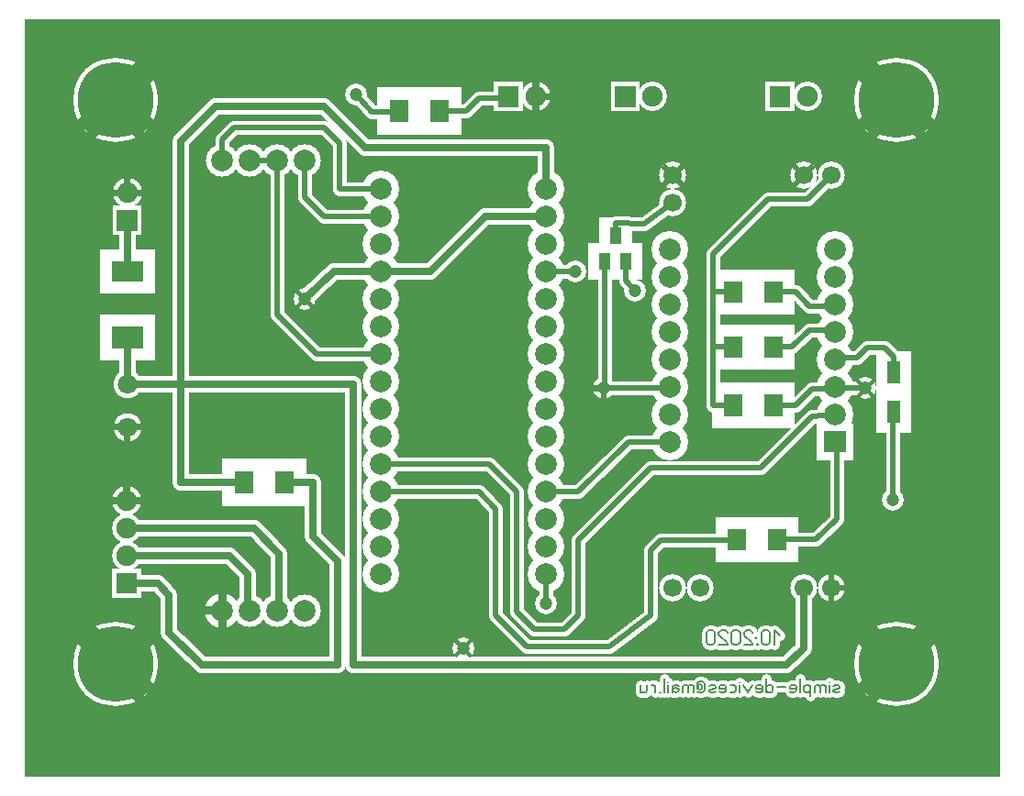
<source format=gbr>
%FSLAX34Y34*%
%MOMM*%
%LNCOPPER_BOTTOM*%
G71*
G01*
%ADD10C, 7.800*%
%ADD11C, 3.000*%
%ADD12C, 3.400*%
%ADD13C, 2.600*%
%ADD14C, 2.700*%
%ADD15C, 2.500*%
%ADD16R, 3.100X3.500*%
%ADD17R, 3.300X4.000*%
%ADD18C, 2.000*%
%ADD19C, 1.300*%
%ADD20C, 1.500*%
%ADD21R, 4.100X4.400*%
%ADD22C, 0.967*%
%ADD23R, 5.200X4.200*%
%ADD24R, 5.200X4.100*%
%ADD25C, 3.200*%
%ADD26C, 2.333*%
%ADD27C, 0.567*%
%ADD28C, 0.512*%
%ADD29C, 0.400*%
%ADD30C, 0.633*%
%ADD31C, 0.600*%
%ADD32C, 0.753*%
%ADD33C, 7.000*%
%ADD34C, 2.000*%
%ADD35C, 1.800*%
%ADD36C, 1.900*%
%ADD37C, 1.700*%
%ADD38R, 1.100X1.500*%
%ADD39R, 1.300X2.000*%
%ADD40C, 1.200*%
%ADD41C, 0.500*%
%ADD42C, 0.700*%
%ADD43R, 1.700X2.000*%
%ADD44C, 0.167*%
%ADD45R, 3.000X2.000*%
%ADD46R, 3.000X1.900*%
%LPD*%
G36*
X0Y700000D02*
X900000Y700000D01*
X900000Y0D01*
X0Y0D01*
X0Y700000D01*
G37*
%LPC*%
X84137Y625475D02*
G54D10*
D03*
X84137Y104813D02*
G54D10*
D03*
X804862Y104813D02*
G54D10*
D03*
X804862Y625475D02*
G54D10*
D03*
X182562Y569612D02*
G54D11*
D03*
X207962Y569612D02*
G54D11*
D03*
X233362Y569612D02*
G54D11*
D03*
X258762Y569612D02*
G54D11*
D03*
X182562Y153687D02*
G54D11*
D03*
X207962Y153687D02*
G54D11*
D03*
X233362Y153688D02*
G54D11*
D03*
X258762Y153687D02*
G54D11*
D03*
X481012Y187362D02*
G54D12*
D03*
X481012Y212762D02*
G54D12*
D03*
X481012Y238162D02*
G54D12*
D03*
X481012Y263562D02*
G54D12*
D03*
X481012Y288962D02*
G54D12*
D03*
X481012Y314362D02*
G54D12*
D03*
X481012Y339762D02*
G54D12*
D03*
X481012Y365162D02*
G54D12*
D03*
X481012Y390562D02*
G54D12*
D03*
X481012Y415962D02*
G54D12*
D03*
X481012Y441362D02*
G54D12*
D03*
X481012Y466762D02*
G54D12*
D03*
X481012Y492162D02*
G54D12*
D03*
X481012Y517562D02*
G54D12*
D03*
X481012Y542962D02*
G54D12*
D03*
X328612Y187362D02*
G54D12*
D03*
X328612Y212762D02*
G54D12*
D03*
X328612Y238162D02*
G54D12*
D03*
X328612Y263562D02*
G54D12*
D03*
X328612Y288962D02*
G54D12*
D03*
X328612Y314362D02*
G54D12*
D03*
X328612Y339762D02*
G54D12*
D03*
X328612Y365162D02*
G54D12*
D03*
X328612Y390562D02*
G54D12*
D03*
X328612Y415962D02*
G54D12*
D03*
X328612Y441362D02*
G54D12*
D03*
X328612Y466762D02*
G54D12*
D03*
X328612Y492162D02*
G54D12*
D03*
X328612Y517562D02*
G54D12*
D03*
X328612Y542962D02*
G54D12*
D03*
X595312Y487400D02*
G54D12*
D03*
X595312Y462000D02*
G54D12*
D03*
X595312Y436600D02*
G54D12*
D03*
X595312Y411200D02*
G54D12*
D03*
X595312Y385800D02*
G54D12*
D03*
X595312Y360400D02*
G54D12*
D03*
X595312Y335000D02*
G54D12*
D03*
X94761Y322933D02*
G54D13*
D03*
X94761Y362933D02*
G54D13*
D03*
X94765Y539283D02*
G54D14*
D03*
G36*
X108265Y527383D02*
X108265Y500383D01*
X81265Y500383D01*
X81265Y527383D01*
X108265Y527383D01*
G37*
X94413Y204322D02*
G54D14*
D03*
G36*
X107913Y192422D02*
X107913Y165422D01*
X80913Y165422D01*
X80913Y192422D01*
X107913Y192422D01*
G37*
X94413Y229722D02*
G54D14*
D03*
X94413Y255122D02*
G54D14*
D03*
X747713Y487400D02*
G54D12*
D03*
X747713Y462000D02*
G54D12*
D03*
X747713Y436600D02*
G54D12*
D03*
X747713Y411200D02*
G54D12*
D03*
X747713Y385800D02*
G54D12*
D03*
X747713Y360400D02*
G54D12*
D03*
X747713Y335000D02*
G54D12*
D03*
G36*
X764713Y326600D02*
X764713Y292600D01*
X730713Y292600D01*
X730713Y326600D01*
X764713Y326600D01*
G37*
X595312Y309600D02*
G54D12*
D03*
X598414Y174577D02*
G54D15*
D03*
X623814Y174577D02*
G54D15*
D03*
X719064Y174577D02*
G54D15*
D03*
X744464Y174577D02*
G54D15*
D03*
X598329Y555651D02*
G54D15*
D03*
X598328Y530251D02*
G54D15*
D03*
X719064Y555577D02*
G54D15*
D03*
X744464Y555577D02*
G54D15*
D03*
X554715Y476368D02*
G54D16*
D03*
X535714Y476368D02*
G54D16*
D03*
X545214Y500155D02*
G54D16*
D03*
X802206Y336927D02*
G54D17*
D03*
X802206Y373440D02*
G54D17*
D03*
G36*
X634610Y417936D02*
X673610Y417938D01*
X673611Y375938D01*
X634611Y375936D01*
X634610Y417936D01*
G37*
G36*
X671917Y417936D02*
X710917Y417937D01*
X710917Y375937D01*
X671917Y375936D01*
X671917Y417936D01*
G37*
G36*
X634610Y468736D02*
X673610Y468738D01*
X673611Y426738D01*
X634611Y426736D01*
X634610Y468736D01*
G37*
G36*
X671917Y468736D02*
X710917Y468737D01*
X710917Y426737D01*
X671917Y426736D01*
X671917Y468736D01*
G37*
G36*
X634610Y363961D02*
X673610Y363963D01*
X673611Y321963D01*
X634611Y321961D01*
X634610Y363961D01*
G37*
G36*
X671917Y363961D02*
X710917Y363962D01*
X710917Y321962D01*
X671917Y321961D01*
X671917Y363961D01*
G37*
G36*
X637785Y240136D02*
X676785Y240138D01*
X676786Y198138D01*
X637786Y198136D01*
X637785Y240136D01*
G37*
G36*
X675092Y240136D02*
X714092Y240137D01*
X714092Y198137D01*
X675092Y198136D01*
X675092Y240136D01*
G37*
X579884Y628209D02*
G54D14*
D03*
G36*
X567984Y614709D02*
X540984Y614709D01*
X540984Y641709D01*
X567984Y641709D01*
X567984Y614709D01*
G37*
X534987Y358838D02*
G54D18*
D03*
G54D19*
X258762Y569612D02*
X258762Y534988D01*
X276225Y517525D01*
X334925Y517525D01*
X334962Y517562D01*
G54D19*
X182562Y569612D02*
X182562Y588962D01*
X193675Y600075D01*
X276225Y600075D01*
X290512Y585488D01*
X290512Y542925D01*
X328612Y542962D01*
G54D19*
X207962Y569612D02*
X233362Y569612D01*
X233362Y427038D01*
X269875Y390525D01*
X334925Y390525D01*
X334962Y390562D01*
G54D19*
X535714Y476368D02*
X535714Y359565D01*
X534987Y358838D01*
X593751Y358838D01*
X595312Y360400D01*
X776287Y358838D02*
G54D18*
D03*
G54D19*
X802206Y373440D02*
X802206Y388419D01*
X793750Y396875D01*
X777875Y396875D01*
X768350Y387350D01*
X749263Y387350D01*
X747713Y385800D01*
G54D19*
X776287Y358838D02*
X749274Y358838D01*
X747713Y360400D01*
G54D19*
X595312Y309600D02*
X557250Y309600D01*
X511175Y263525D01*
X487399Y263525D01*
X481012Y263562D01*
X563563Y449326D02*
G54D18*
D03*
G54D19*
X554715Y476368D02*
X554715Y458174D01*
X563563Y449326D01*
G54D19*
X545214Y500155D02*
X545214Y511876D01*
X571500Y511175D01*
X598302Y530225D01*
X598328Y530251D01*
X481013Y160401D02*
G54D18*
D03*
G54D19*
X691417Y447737D02*
X711138Y447737D01*
X723900Y434975D01*
X746088Y434975D01*
X747713Y436600D01*
G54D19*
X691417Y396937D02*
X708087Y396937D01*
X723900Y412750D01*
X746162Y412750D01*
X747713Y411200D01*
G54D19*
X654111Y447737D02*
X635062Y447737D01*
X635000Y447675D01*
X635000Y342900D01*
X654049Y342900D01*
X654111Y342962D01*
G54D19*
X654111Y396937D02*
X635062Y396937D01*
X635000Y396875D01*
G54D19*
X691417Y342962D02*
X711262Y342962D01*
X727075Y358775D01*
X746088Y358775D01*
X747713Y360400D01*
G54D19*
X635000Y447675D02*
X635000Y482600D01*
X685800Y533400D01*
X722287Y533400D01*
X744464Y555577D01*
X722759Y628209D02*
G54D14*
D03*
G36*
X710859Y614709D02*
X683859Y614709D01*
X683859Y641709D01*
X710859Y641709D01*
X710859Y614709D01*
G37*
G54D19*
X328612Y288962D02*
X428588Y288962D01*
X454025Y263525D01*
X454025Y152400D01*
X469900Y136525D01*
X498475Y136525D01*
X511175Y149225D01*
X511175Y219075D01*
X577850Y285750D01*
X679413Y285750D01*
X727075Y333375D01*
X747713Y335000D01*
G54D19*
X328612Y263562D02*
X419063Y263562D01*
X434975Y247650D01*
X434975Y149225D01*
X463550Y120650D01*
X539750Y120650D01*
X577850Y149225D01*
X577850Y209550D01*
X587375Y219075D01*
X657224Y219075D01*
X657286Y219137D01*
G54D19*
X694592Y219137D02*
X730312Y219137D01*
X749300Y238125D01*
X749300Y308012D01*
X747713Y309600D01*
X801688Y255651D02*
G54D18*
D03*
G54D19*
X801688Y255651D02*
X801688Y336409D01*
X802206Y336927D01*
G54D20*
X334962Y466762D02*
X374687Y466762D01*
X425450Y517525D01*
X481012Y517562D01*
G54D20*
X94761Y362933D02*
X95279Y407845D01*
G54D20*
X94765Y513883D02*
X95280Y468964D01*
X258763Y441389D02*
G54D18*
D03*
G54D20*
X94413Y229722D02*
X211604Y229722D01*
X234950Y206375D01*
X234950Y155276D01*
X233362Y153688D01*
G54D20*
X94413Y204322D02*
X189378Y204322D01*
X206375Y187325D01*
X206375Y155274D01*
X207962Y153687D01*
G54D19*
X481012Y187362D02*
X481013Y160401D01*
X508000Y466788D02*
G54D18*
D03*
G54D19*
X508000Y466788D02*
X481038Y466788D01*
X481012Y466762D01*
G54D20*
X94413Y178922D02*
X122704Y178922D01*
X133350Y168275D01*
X133350Y133350D01*
X163512Y103188D01*
X288925Y103188D01*
X288925Y199231D01*
X265906Y222250D01*
X265906Y272256D01*
X239904Y272390D01*
G54D20*
X144462Y396081D02*
X144462Y587375D01*
X176212Y619125D01*
X276225Y619125D01*
X314325Y581025D01*
X481012Y581025D01*
X481012Y542962D01*
G54D20*
X94761Y362933D02*
X303212Y362744D01*
X303212Y103188D01*
X703262Y103188D01*
X719112Y119062D01*
X719064Y174577D01*
X239904Y272390D02*
G54D21*
D03*
X202598Y272390D02*
G54D21*
D03*
G54D22*
X696912Y130571D02*
X691912Y135571D01*
X691912Y122238D01*
G54D22*
X680246Y133071D02*
X680246Y124738D01*
X681246Y123071D01*
X683246Y122238D01*
X685246Y122238D01*
X687246Y123071D01*
X688246Y124738D01*
X688246Y133071D01*
X687246Y134738D01*
X685246Y135571D01*
X683246Y135571D01*
X681246Y134738D01*
X680246Y133071D01*
G54D22*
X675778Y122238D02*
X676578Y122238D01*
X676578Y122904D01*
X675778Y122904D01*
X675778Y122238D01*
X676578Y122238D01*
G54D22*
X664112Y122238D02*
X672112Y122238D01*
X672112Y123071D01*
X671112Y124738D01*
X665112Y129738D01*
X664112Y131404D01*
X664112Y133071D01*
X665112Y134738D01*
X667112Y135571D01*
X669112Y135571D01*
X671112Y134738D01*
X672112Y133071D01*
G54D22*
X652444Y133071D02*
X652444Y124738D01*
X653444Y123071D01*
X655444Y122238D01*
X657444Y122238D01*
X659444Y123071D01*
X660444Y124738D01*
X660444Y133071D01*
X659444Y134738D01*
X657444Y135571D01*
X655444Y135571D01*
X653444Y134738D01*
X652444Y133071D01*
G54D22*
X640778Y122238D02*
X648778Y122238D01*
X648778Y123071D01*
X647778Y124738D01*
X641778Y129738D01*
X640778Y131404D01*
X640778Y133071D01*
X641778Y134738D01*
X643778Y135571D01*
X645778Y135571D01*
X647778Y134738D01*
X648778Y133071D01*
G54D22*
X629110Y133071D02*
X629110Y124738D01*
X630110Y123071D01*
X632110Y122238D01*
X634110Y122238D01*
X636110Y123071D01*
X637110Y124738D01*
X637110Y133071D01*
X636110Y134738D01*
X634110Y135571D01*
X632110Y135571D01*
X630110Y134738D01*
X629110Y133071D01*
G54D22*
X752475Y78621D02*
X750475Y77788D01*
X748475Y77788D01*
X746475Y78621D01*
X746475Y80288D01*
X747475Y81121D01*
X751475Y81954D01*
X752475Y82788D01*
X752475Y84454D01*
X750475Y85288D01*
X748475Y85288D01*
X746475Y84454D01*
G54D22*
X742808Y77788D02*
X742808Y85288D01*
G54D22*
X742808Y87788D02*
X742808Y87788D01*
G54D22*
X739141Y77788D02*
X739141Y85288D01*
G54D22*
X739141Y83954D02*
X737141Y85288D01*
X735141Y84788D01*
X734141Y83621D01*
X734141Y77788D01*
G54D22*
X734141Y83954D02*
X732141Y85288D01*
X730141Y84788D01*
X729141Y83621D01*
X729141Y77788D01*
G54D22*
X725474Y85288D02*
X725474Y74454D01*
G54D22*
X725474Y80288D02*
X724474Y78121D01*
X722474Y77788D01*
X720474Y78121D01*
X719474Y79788D01*
X719474Y83121D01*
X720474Y84788D01*
X722474Y85288D01*
X724474Y84788D01*
X725474Y82788D01*
G54D22*
X715807Y77788D02*
X715807Y91121D01*
G54D22*
X706140Y78621D02*
X707740Y77788D01*
X709740Y77788D01*
X711740Y78621D01*
X712140Y80288D01*
X712140Y83121D01*
X711140Y84788D01*
X709140Y85288D01*
X707140Y84788D01*
X706140Y83621D01*
X706140Y81954D01*
X712140Y81954D01*
G54D22*
X702473Y83621D02*
X694473Y83621D01*
G54D22*
X684806Y77788D02*
X684806Y91121D01*
G54D22*
X684806Y83121D02*
X685806Y84788D01*
X687806Y85288D01*
X689806Y84788D01*
X690806Y83121D01*
X690806Y79788D01*
X689806Y78121D01*
X687806Y77788D01*
X685806Y78121D01*
X684806Y79788D01*
G54D22*
X675139Y78621D02*
X676739Y77788D01*
X678739Y77788D01*
X680739Y78621D01*
X681139Y80288D01*
X681139Y83121D01*
X680139Y84788D01*
X678139Y85288D01*
X676139Y84788D01*
X675139Y83621D01*
X675139Y81954D01*
X681139Y81954D01*
G54D22*
X671472Y85288D02*
X667472Y77788D01*
X663472Y85288D01*
G54D22*
X659805Y77788D02*
X659805Y85288D01*
G54D22*
X659805Y87788D02*
X659805Y87788D01*
G54D22*
X651138Y84788D02*
X653138Y85288D01*
X655138Y84788D01*
X656138Y83121D01*
X656138Y79788D01*
X655138Y78121D01*
X653138Y77788D01*
X651138Y78121D01*
G54D22*
X641471Y78621D02*
X643071Y77788D01*
X645071Y77788D01*
X647071Y78621D01*
X647471Y80288D01*
X647471Y83121D01*
X646471Y84788D01*
X644471Y85288D01*
X642471Y84788D01*
X641471Y83621D01*
X641471Y81954D01*
X647471Y81954D01*
G54D22*
X637804Y78621D02*
X635804Y77788D01*
X633804Y77788D01*
X631804Y78621D01*
X631804Y80288D01*
X632804Y81121D01*
X636804Y81954D01*
X637804Y82788D01*
X637804Y84454D01*
X635804Y85288D01*
X633804Y85288D01*
X631804Y84454D01*
G54D22*
X621137Y78954D02*
X622537Y77788D01*
X625137Y77788D01*
X626937Y78954D01*
X628137Y80788D01*
X628137Y85621D01*
X626937Y87454D01*
X625137Y88288D01*
X622537Y88288D01*
X621137Y86788D01*
X621137Y81454D01*
G54D22*
X621537Y83454D02*
X621737Y84788D01*
X623737Y85621D01*
X625137Y84788D01*
X625537Y83454D01*
X625137Y81954D01*
X623737Y81121D01*
X621737Y81954D01*
X621537Y83454D01*
G54D22*
X617470Y77788D02*
X617470Y85288D01*
G54D22*
X617470Y83954D02*
X615470Y85288D01*
X613470Y84788D01*
X612470Y83621D01*
X612470Y77788D01*
G54D22*
X612470Y83954D02*
X610470Y85288D01*
X608470Y84788D01*
X607470Y83621D01*
X607470Y77788D01*
G54D22*
X603803Y84454D02*
X601803Y85288D01*
X599403Y85288D01*
X597803Y83621D01*
X597803Y77788D01*
G54D22*
X597803Y80288D02*
X598803Y81954D01*
X600803Y82288D01*
X602803Y81954D01*
X603803Y80288D01*
X603403Y78621D01*
X601803Y77788D01*
X600803Y77788D01*
X600403Y77788D01*
X598803Y78621D01*
X597803Y80288D01*
G54D22*
X594136Y77788D02*
X594136Y85288D01*
G54D22*
X594136Y87788D02*
X594136Y87788D01*
G54D22*
X590469Y77788D02*
X590469Y91121D01*
G54D22*
X586002Y77788D02*
X586802Y77788D01*
X586802Y78454D01*
X586002Y78454D01*
X586002Y77788D01*
X586802Y77788D01*
G54D22*
X582335Y77788D02*
X582335Y85288D01*
G54D22*
X582335Y83621D02*
X580335Y85288D01*
X578335Y85288D01*
G54D22*
X568668Y85288D02*
X568668Y77788D01*
G54D22*
X568668Y79454D02*
X569668Y78121D01*
X571668Y77788D01*
X573668Y78121D01*
X574668Y79454D01*
X574668Y85288D01*
X94413Y255121D02*
G54D14*
D03*
X94761Y322933D02*
G54D13*
D03*
X94765Y539283D02*
G54D14*
D03*
X404813Y119126D02*
G54D18*
D03*
G54D20*
X258763Y441388D02*
X285750Y466725D01*
X328575Y466725D01*
X328612Y466762D01*
X95279Y405463D02*
G54D23*
D03*
X95280Y466582D02*
G54D24*
D03*
G54D20*
X202598Y272390D02*
X144597Y272390D01*
X144462Y272256D01*
X144462Y400050D01*
X182562Y153687D02*
G54D25*
D03*
X471934Y628209D02*
G54D14*
D03*
G36*
X460034Y614709D02*
X433034Y614709D01*
X433034Y641709D01*
X460034Y641709D01*
X460034Y614709D01*
G37*
X382779Y615290D02*
G54D21*
D03*
X345473Y615290D02*
G54D21*
D03*
X471934Y628209D02*
G54D13*
D03*
X306388Y630301D02*
G54D18*
D03*
G54D19*
X306388Y630301D02*
X320675Y614362D01*
X344545Y614362D01*
G54D19*
X382779Y615290D02*
X407328Y615290D01*
X419100Y627062D01*
X445388Y627062D01*
X446534Y628209D01*
%LPD*%
G54D26*
G36*
X75887Y633725D02*
X103818Y661655D01*
X120317Y645156D01*
X92387Y617225D01*
X75887Y633725D01*
G37*
G36*
X92387Y633725D02*
X120317Y605794D01*
X103818Y589295D01*
X75887Y617225D01*
X92387Y633725D01*
G37*
G36*
X92387Y617225D02*
X64456Y589295D01*
X47957Y605794D01*
X75887Y633725D01*
X92387Y617225D01*
G37*
G54D26*
G36*
X75887Y113063D02*
X103818Y140993D01*
X120317Y124494D01*
X92387Y96563D01*
X75887Y113063D01*
G37*
G36*
X92387Y113063D02*
X120317Y85132D01*
X103818Y68633D01*
X75887Y96563D01*
X92387Y113063D01*
G37*
G36*
X75887Y96563D02*
X47957Y124494D01*
X64456Y140993D01*
X92387Y113063D01*
X75887Y96563D01*
G37*
G54D26*
G36*
X796612Y113063D02*
X824543Y140993D01*
X841042Y124494D01*
X813112Y96563D01*
X796612Y113063D01*
G37*
G36*
X813112Y96563D02*
X785181Y68633D01*
X768682Y85132D01*
X796612Y113063D01*
X813112Y96563D01*
G37*
G36*
X796612Y96563D02*
X768682Y124494D01*
X785181Y140993D01*
X813112Y113063D01*
X796612Y96563D01*
G37*
G54D26*
G36*
X813112Y633725D02*
X841042Y605794D01*
X824543Y589295D01*
X796612Y617225D01*
X813112Y633725D01*
G37*
G36*
X813112Y617225D02*
X785181Y589295D01*
X768682Y605794D01*
X796612Y633725D01*
X813112Y617225D01*
G37*
G36*
X796612Y617225D02*
X768682Y645156D01*
X785181Y661655D01*
X813112Y633725D01*
X796612Y617225D01*
G37*
G54D27*
G36*
X744464Y177410D02*
X757464Y177410D01*
X757464Y171744D01*
X744464Y171744D01*
X744464Y177410D01*
G37*
G36*
X747297Y174577D02*
X747297Y161577D01*
X741631Y161577D01*
X741631Y174577D01*
X747297Y174577D01*
G37*
G36*
X741631Y174577D02*
X741631Y187577D01*
X747297Y187577D01*
X747297Y174577D01*
X741631Y174577D01*
G37*
G54D27*
G36*
X600332Y553648D02*
X591140Y544455D01*
X587133Y548462D01*
X596326Y557654D01*
X600332Y553648D01*
G37*
G36*
X596326Y553648D02*
X587133Y562840D01*
X591140Y566847D01*
X600332Y557654D01*
X596326Y553648D01*
G37*
G36*
X596326Y557654D02*
X605518Y566847D01*
X609525Y562840D01*
X600332Y553648D01*
X596326Y557654D01*
G37*
G36*
X600332Y557654D02*
X609525Y548462D01*
X605518Y544455D01*
X596326Y553648D01*
X600332Y557654D01*
G37*
G54D27*
G36*
X721067Y553574D02*
X711875Y544381D01*
X707868Y548388D01*
X717061Y557580D01*
X721067Y553574D01*
G37*
G36*
X717061Y553574D02*
X707868Y562766D01*
X711875Y566773D01*
X721067Y557580D01*
X717061Y553574D01*
G37*
G36*
X717061Y557580D02*
X726253Y566773D01*
X730260Y562766D01*
X721067Y553574D01*
X717061Y557580D01*
G37*
G54D28*
G36*
X537547Y358838D02*
X537547Y348338D01*
X532427Y348338D01*
X532427Y358838D01*
X537547Y358838D01*
G37*
G36*
X534987Y356278D02*
X524487Y356278D01*
X524487Y361398D01*
X534987Y361398D01*
X534987Y356278D01*
G37*
G54D29*
G36*
X774873Y360252D02*
X782297Y367677D01*
X785126Y364848D01*
X777701Y357424D01*
X774873Y360252D01*
G37*
G36*
X777701Y360252D02*
X785126Y352828D01*
X782297Y349999D01*
X774873Y357424D01*
X777701Y360252D01*
G37*
G36*
X777701Y357424D02*
X770277Y349999D01*
X767448Y352828D01*
X774873Y360252D01*
X777701Y357424D01*
G37*
G36*
X774873Y357424D02*
X767448Y364848D01*
X770277Y367677D01*
X777701Y360252D01*
X774873Y357424D01*
G37*
G54D29*
G36*
X260177Y442803D02*
X267602Y435379D01*
X264773Y432550D01*
X257349Y439975D01*
X260177Y442803D01*
G37*
G36*
X260177Y439975D02*
X252753Y432550D01*
X249924Y435379D01*
X257349Y442803D01*
X260177Y439975D01*
G37*
G36*
X257349Y439975D02*
X249924Y447399D01*
X252753Y450228D01*
X260177Y442803D01*
X257349Y439975D01*
G37*
G54D30*
G36*
X91246Y255121D02*
X91246Y269121D01*
X97580Y269121D01*
X97580Y255121D01*
X91246Y255121D01*
G37*
G36*
X94413Y258288D02*
X108413Y258288D01*
X108413Y251954D01*
X94413Y251954D01*
X94413Y258288D01*
G37*
G36*
X94413Y251954D02*
X80413Y251954D01*
X80413Y258288D01*
X94413Y258288D01*
X94413Y251954D01*
G37*
G54D31*
G36*
X94761Y325933D02*
X108261Y325933D01*
X108261Y319933D01*
X94761Y319933D01*
X94761Y325933D01*
G37*
G36*
X97761Y322933D02*
X97761Y309433D01*
X91761Y309433D01*
X91761Y322933D01*
X97761Y322933D01*
G37*
G36*
X94761Y319933D02*
X81261Y319933D01*
X81261Y325933D01*
X94761Y325933D01*
X94761Y319933D01*
G37*
G54D30*
G36*
X91598Y539283D02*
X91598Y553283D01*
X97931Y553283D01*
X97931Y539283D01*
X91598Y539283D01*
G37*
G36*
X94765Y542450D02*
X108765Y542450D01*
X108765Y536116D01*
X94765Y536116D01*
X94765Y542450D01*
G37*
G36*
X94765Y536116D02*
X80765Y536116D01*
X80765Y542450D01*
X94765Y542450D01*
X94765Y536116D01*
G37*
G54D29*
G36*
X403399Y120540D02*
X410823Y127965D01*
X413652Y125136D01*
X406227Y117712D01*
X403399Y120540D01*
G37*
G36*
X406227Y120540D02*
X413652Y113116D01*
X410823Y110287D01*
X403399Y117712D01*
X406227Y120540D01*
G37*
G36*
X406227Y117712D02*
X398803Y110287D01*
X395974Y113116D01*
X403399Y120540D01*
X406227Y117712D01*
G37*
G36*
X403399Y117712D02*
X395974Y125136D01*
X398803Y127965D01*
X406227Y120540D01*
X403399Y117712D01*
G37*
G54D32*
G36*
X178795Y153687D02*
X178795Y170187D01*
X186329Y170187D01*
X186329Y153687D01*
X178795Y153687D01*
G37*
G36*
X186329Y153687D02*
X186329Y137187D01*
X178795Y137187D01*
X178795Y153687D01*
X186329Y153687D01*
G37*
G36*
X182562Y149920D02*
X166062Y149920D01*
X166062Y157454D01*
X182562Y157454D01*
X182562Y149920D01*
G37*
G54D31*
G36*
X468934Y628209D02*
X468934Y641709D01*
X474934Y641709D01*
X474934Y628209D01*
X468934Y628209D01*
G37*
G36*
X471934Y631209D02*
X485434Y631209D01*
X485434Y625209D01*
X471934Y625209D01*
X471934Y631209D01*
G37*
G36*
X474934Y628209D02*
X474934Y614709D01*
X468934Y614709D01*
X468934Y628209D01*
X474934Y628209D01*
G37*
X84137Y625475D02*
G54D33*
D03*
X84137Y104813D02*
G54D33*
D03*
X804862Y104813D02*
G54D33*
D03*
X804862Y625475D02*
G54D33*
D03*
X182562Y569612D02*
G54D34*
D03*
X207962Y569612D02*
G54D34*
D03*
X233362Y569612D02*
G54D34*
D03*
X258762Y569612D02*
G54D34*
D03*
X182562Y153687D02*
G54D34*
D03*
X207962Y153687D02*
G54D34*
D03*
X233362Y153688D02*
G54D34*
D03*
X258762Y153687D02*
G54D34*
D03*
X481012Y187362D02*
G54D34*
D03*
X481012Y212762D02*
G54D34*
D03*
X481012Y238162D02*
G54D34*
D03*
X481012Y263562D02*
G54D34*
D03*
X481012Y288962D02*
G54D34*
D03*
X481012Y314362D02*
G54D34*
D03*
X481012Y339762D02*
G54D34*
D03*
X481012Y365162D02*
G54D34*
D03*
X481012Y390562D02*
G54D34*
D03*
X481012Y415962D02*
G54D34*
D03*
X481012Y441362D02*
G54D34*
D03*
X481012Y466762D02*
G54D34*
D03*
X481012Y492162D02*
G54D34*
D03*
X481012Y517562D02*
G54D34*
D03*
X481012Y542962D02*
G54D34*
D03*
X328612Y187362D02*
G54D34*
D03*
X328612Y212762D02*
G54D34*
D03*
X328612Y238162D02*
G54D34*
D03*
X328612Y263562D02*
G54D34*
D03*
X328612Y288962D02*
G54D34*
D03*
X328612Y314362D02*
G54D34*
D03*
X328612Y339762D02*
G54D34*
D03*
X328612Y365162D02*
G54D34*
D03*
X328612Y390562D02*
G54D34*
D03*
X328612Y415962D02*
G54D34*
D03*
X328612Y441362D02*
G54D34*
D03*
X328612Y466762D02*
G54D34*
D03*
X328612Y492162D02*
G54D34*
D03*
X328612Y517562D02*
G54D34*
D03*
X328612Y542962D02*
G54D34*
D03*
X595312Y487400D02*
G54D34*
D03*
X595312Y462000D02*
G54D34*
D03*
X595312Y436600D02*
G54D34*
D03*
X595312Y411200D02*
G54D34*
D03*
X595312Y385800D02*
G54D34*
D03*
X595312Y360400D02*
G54D34*
D03*
X595312Y335000D02*
G54D34*
D03*
X94761Y322933D02*
G54D35*
D03*
X94761Y362933D02*
G54D35*
D03*
X94765Y539283D02*
G54D36*
D03*
G36*
X104265Y523383D02*
X104265Y504383D01*
X85265Y504383D01*
X85265Y523383D01*
X104265Y523383D01*
G37*
X94413Y204322D02*
G54D36*
D03*
G36*
X103913Y188422D02*
X103913Y169422D01*
X84913Y169422D01*
X84913Y188422D01*
X103913Y188422D01*
G37*
X94413Y229722D02*
G54D36*
D03*
X94413Y255122D02*
G54D36*
D03*
X747713Y487400D02*
G54D34*
D03*
X747713Y462000D02*
G54D34*
D03*
X747713Y436600D02*
G54D34*
D03*
X747713Y411200D02*
G54D34*
D03*
X747713Y385800D02*
G54D34*
D03*
X747713Y360400D02*
G54D34*
D03*
X747713Y335000D02*
G54D34*
D03*
G36*
X757713Y319600D02*
X757713Y299600D01*
X737713Y299600D01*
X737713Y319600D01*
X757713Y319600D01*
G37*
X595312Y309600D02*
G54D34*
D03*
X598414Y174577D02*
G54D37*
D03*
X623814Y174577D02*
G54D37*
D03*
X719064Y174577D02*
G54D37*
D03*
X744464Y174577D02*
G54D37*
D03*
X598329Y555651D02*
G54D37*
D03*
X598328Y530251D02*
G54D37*
D03*
X719064Y555577D02*
G54D37*
D03*
X744464Y555577D02*
G54D37*
D03*
X554715Y476368D02*
G54D38*
D03*
X535714Y476368D02*
G54D38*
D03*
X545214Y500155D02*
G54D38*
D03*
X802206Y336927D02*
G54D39*
D03*
X802206Y373440D02*
G54D39*
D03*
G36*
X645610Y406937D02*
X662610Y406937D01*
X662611Y386937D01*
X645611Y386937D01*
X645610Y406937D01*
G37*
G36*
X682917Y406936D02*
X699917Y406937D01*
X699917Y386937D01*
X682917Y386936D01*
X682917Y406936D01*
G37*
G36*
X645610Y457737D02*
X662610Y457737D01*
X662611Y437737D01*
X645611Y437737D01*
X645610Y457737D01*
G37*
G36*
X682917Y457736D02*
X699917Y457737D01*
X699917Y437737D01*
X682917Y437736D01*
X682917Y457736D01*
G37*
G36*
X645610Y352962D02*
X662610Y352962D01*
X662611Y332962D01*
X645611Y332962D01*
X645610Y352962D01*
G37*
G36*
X682917Y352962D02*
X699917Y352962D01*
X699917Y332962D01*
X682917Y332962D01*
X682917Y352962D01*
G37*
G36*
X648785Y229137D02*
X665785Y229137D01*
X665786Y209137D01*
X648786Y209137D01*
X648785Y229137D01*
G37*
G36*
X686092Y229136D02*
X703092Y229137D01*
X703092Y209137D01*
X686092Y209136D01*
X686092Y229136D01*
G37*
X579884Y628209D02*
G54D36*
D03*
G36*
X563984Y618709D02*
X544984Y618709D01*
X544984Y637709D01*
X563984Y637709D01*
X563984Y618709D01*
G37*
X534987Y358838D02*
G54D40*
D03*
G54D41*
X258762Y569612D02*
X258762Y534988D01*
X276225Y517525D01*
X334925Y517525D01*
X334962Y517562D01*
G54D41*
X182562Y569612D02*
X182562Y588962D01*
X193675Y600075D01*
X276225Y600075D01*
X290512Y585488D01*
X290512Y542925D01*
X328612Y542962D01*
G54D41*
X207962Y569612D02*
X233362Y569612D01*
X233362Y427038D01*
X269875Y390525D01*
X334925Y390525D01*
X334962Y390562D01*
G54D41*
X535714Y476368D02*
X535714Y359565D01*
X534987Y358838D01*
X593751Y358838D01*
X595312Y360400D01*
X776287Y358838D02*
G54D40*
D03*
G54D41*
X802206Y373440D02*
X802206Y388419D01*
X793750Y396875D01*
X777875Y396875D01*
X768350Y387350D01*
X749263Y387350D01*
X747713Y385800D01*
G54D41*
X776287Y358838D02*
X749274Y358838D01*
X747713Y360400D01*
G54D41*
X595312Y309600D02*
X557250Y309600D01*
X511175Y263525D01*
X487399Y263525D01*
X481012Y263562D01*
X563563Y449326D02*
G54D40*
D03*
G54D41*
X554715Y476368D02*
X554715Y458174D01*
X563563Y449326D01*
G54D41*
X545214Y500155D02*
X545214Y511876D01*
X571500Y511175D01*
X598302Y530225D01*
X598328Y530251D01*
X481013Y160401D02*
G54D40*
D03*
G54D41*
X691417Y447737D02*
X711138Y447737D01*
X723900Y434975D01*
X746088Y434975D01*
X747713Y436600D01*
G54D41*
X691417Y396937D02*
X708087Y396937D01*
X723900Y412750D01*
X746162Y412750D01*
X747713Y411200D01*
G54D41*
X654111Y447737D02*
X635062Y447737D01*
X635000Y447675D01*
X635000Y342900D01*
X654049Y342900D01*
X654111Y342962D01*
G54D41*
X654111Y396937D02*
X635062Y396937D01*
X635000Y396875D01*
G54D41*
X691417Y342962D02*
X711262Y342962D01*
X727075Y358775D01*
X746088Y358775D01*
X747713Y360400D01*
G54D41*
X635000Y447675D02*
X635000Y482600D01*
X685800Y533400D01*
X722287Y533400D01*
X744464Y555577D01*
X722759Y628209D02*
G54D36*
D03*
G36*
X706859Y618709D02*
X687859Y618709D01*
X687859Y637709D01*
X706859Y637709D01*
X706859Y618709D01*
G37*
G54D41*
X328612Y288962D02*
X428588Y288962D01*
X454025Y263525D01*
X454025Y152400D01*
X469900Y136525D01*
X498475Y136525D01*
X511175Y149225D01*
X511175Y219075D01*
X577850Y285750D01*
X679413Y285750D01*
X727075Y333375D01*
X747713Y335000D01*
G54D41*
X328612Y263562D02*
X419063Y263562D01*
X434975Y247650D01*
X434975Y149225D01*
X463550Y120650D01*
X539750Y120650D01*
X577850Y149225D01*
X577850Y209550D01*
X587375Y219075D01*
X657224Y219075D01*
X657286Y219137D01*
G54D41*
X694592Y219137D02*
X730312Y219137D01*
X749300Y238125D01*
X749300Y308012D01*
X747713Y309600D01*
X801688Y255651D02*
G54D40*
D03*
G54D41*
X801688Y255651D02*
X801688Y336409D01*
X802206Y336927D01*
G54D42*
X334962Y466762D02*
X374687Y466762D01*
X425450Y517525D01*
X481012Y517562D01*
G54D42*
X94761Y362933D02*
X95279Y407845D01*
G54D42*
X94765Y513883D02*
X95280Y468964D01*
X258763Y441389D02*
G54D40*
D03*
G54D42*
X94413Y229722D02*
X211604Y229722D01*
X234950Y206375D01*
X234950Y155276D01*
X233362Y153688D01*
G54D42*
X94413Y204322D02*
X189378Y204322D01*
X206375Y187325D01*
X206375Y155274D01*
X207962Y153687D01*
G54D41*
X481012Y187362D02*
X481013Y160401D01*
X508000Y466788D02*
G54D40*
D03*
G54D41*
X508000Y466788D02*
X481038Y466788D01*
X481012Y466762D01*
G54D42*
X94413Y178922D02*
X122704Y178922D01*
X133350Y168275D01*
X133350Y133350D01*
X163512Y103188D01*
X288925Y103188D01*
X288925Y199231D01*
X265906Y222250D01*
X265906Y272256D01*
X239904Y272390D01*
G54D42*
X144462Y396081D02*
X144462Y587375D01*
X176212Y619125D01*
X276225Y619125D01*
X314325Y581025D01*
X481012Y581025D01*
X481012Y542962D01*
G54D42*
X94761Y362933D02*
X303212Y362744D01*
X303212Y103188D01*
X703262Y103188D01*
X719112Y119062D01*
X719064Y174577D01*
X239904Y272390D02*
G54D43*
D03*
X202598Y272390D02*
G54D43*
D03*
G54D44*
X696912Y130571D02*
X691912Y135571D01*
X691912Y122238D01*
G54D44*
X680246Y133071D02*
X680246Y124738D01*
X681246Y123071D01*
X683246Y122238D01*
X685246Y122238D01*
X687246Y123071D01*
X688246Y124738D01*
X688246Y133071D01*
X687246Y134738D01*
X685246Y135571D01*
X683246Y135571D01*
X681246Y134738D01*
X680246Y133071D01*
G54D44*
X675778Y122238D02*
X676578Y122238D01*
X676578Y122904D01*
X675778Y122904D01*
X675778Y122238D01*
X676578Y122238D01*
G54D44*
X664112Y122238D02*
X672112Y122238D01*
X672112Y123071D01*
X671112Y124738D01*
X665112Y129738D01*
X664112Y131404D01*
X664112Y133071D01*
X665112Y134738D01*
X667112Y135571D01*
X669112Y135571D01*
X671112Y134738D01*
X672112Y133071D01*
G54D44*
X652444Y133071D02*
X652444Y124738D01*
X653444Y123071D01*
X655444Y122238D01*
X657444Y122238D01*
X659444Y123071D01*
X660444Y124738D01*
X660444Y133071D01*
X659444Y134738D01*
X657444Y135571D01*
X655444Y135571D01*
X653444Y134738D01*
X652444Y133071D01*
G54D44*
X640778Y122238D02*
X648778Y122238D01*
X648778Y123071D01*
X647778Y124738D01*
X641778Y129738D01*
X640778Y131404D01*
X640778Y133071D01*
X641778Y134738D01*
X643778Y135571D01*
X645778Y135571D01*
X647778Y134738D01*
X648778Y133071D01*
G54D44*
X629110Y133071D02*
X629110Y124738D01*
X630110Y123071D01*
X632110Y122238D01*
X634110Y122238D01*
X636110Y123071D01*
X637110Y124738D01*
X637110Y133071D01*
X636110Y134738D01*
X634110Y135571D01*
X632110Y135571D01*
X630110Y134738D01*
X629110Y133071D01*
G54D44*
X752475Y78621D02*
X750475Y77788D01*
X748475Y77788D01*
X746475Y78621D01*
X746475Y80288D01*
X747475Y81121D01*
X751475Y81954D01*
X752475Y82788D01*
X752475Y84454D01*
X750475Y85288D01*
X748475Y85288D01*
X746475Y84454D01*
G54D44*
X742808Y77788D02*
X742808Y85288D01*
G54D44*
X742808Y87788D02*
X742808Y87788D01*
G54D44*
X739141Y77788D02*
X739141Y85288D01*
G54D44*
X739141Y83954D02*
X737141Y85288D01*
X735141Y84788D01*
X734141Y83621D01*
X734141Y77788D01*
G54D44*
X734141Y83954D02*
X732141Y85288D01*
X730141Y84788D01*
X729141Y83621D01*
X729141Y77788D01*
G54D44*
X725474Y85288D02*
X725474Y74454D01*
G54D44*
X725474Y80288D02*
X724474Y78121D01*
X722474Y77788D01*
X720474Y78121D01*
X719474Y79788D01*
X719474Y83121D01*
X720474Y84788D01*
X722474Y85288D01*
X724474Y84788D01*
X725474Y82788D01*
G54D44*
X715807Y77788D02*
X715807Y91121D01*
G54D44*
X706140Y78621D02*
X707740Y77788D01*
X709740Y77788D01*
X711740Y78621D01*
X712140Y80288D01*
X712140Y83121D01*
X711140Y84788D01*
X709140Y85288D01*
X707140Y84788D01*
X706140Y83621D01*
X706140Y81954D01*
X712140Y81954D01*
G54D44*
X702473Y83621D02*
X694473Y83621D01*
G54D44*
X684806Y77788D02*
X684806Y91121D01*
G54D44*
X684806Y83121D02*
X685806Y84788D01*
X687806Y85288D01*
X689806Y84788D01*
X690806Y83121D01*
X690806Y79788D01*
X689806Y78121D01*
X687806Y77788D01*
X685806Y78121D01*
X684806Y79788D01*
G54D44*
X675139Y78621D02*
X676739Y77788D01*
X678739Y77788D01*
X680739Y78621D01*
X681139Y80288D01*
X681139Y83121D01*
X680139Y84788D01*
X678139Y85288D01*
X676139Y84788D01*
X675139Y83621D01*
X675139Y81954D01*
X681139Y81954D01*
G54D44*
X671472Y85288D02*
X667472Y77788D01*
X663472Y85288D01*
G54D44*
X659805Y77788D02*
X659805Y85288D01*
G54D44*
X659805Y87788D02*
X659805Y87788D01*
G54D44*
X651138Y84788D02*
X653138Y85288D01*
X655138Y84788D01*
X656138Y83121D01*
X656138Y79788D01*
X655138Y78121D01*
X653138Y77788D01*
X651138Y78121D01*
G54D44*
X641471Y78621D02*
X643071Y77788D01*
X645071Y77788D01*
X647071Y78621D01*
X647471Y80288D01*
X647471Y83121D01*
X646471Y84788D01*
X644471Y85288D01*
X642471Y84788D01*
X641471Y83621D01*
X641471Y81954D01*
X647471Y81954D01*
G54D44*
X637804Y78621D02*
X635804Y77788D01*
X633804Y77788D01*
X631804Y78621D01*
X631804Y80288D01*
X632804Y81121D01*
X636804Y81954D01*
X637804Y82788D01*
X637804Y84454D01*
X635804Y85288D01*
X633804Y85288D01*
X631804Y84454D01*
G54D44*
X621137Y78954D02*
X622537Y77788D01*
X625137Y77788D01*
X626937Y78954D01*
X628137Y80788D01*
X628137Y85621D01*
X626937Y87454D01*
X625137Y88288D01*
X622537Y88288D01*
X621137Y86788D01*
X621137Y81454D01*
G54D44*
X621537Y83454D02*
X621737Y84788D01*
X623737Y85621D01*
X625137Y84788D01*
X625537Y83454D01*
X625137Y81954D01*
X623737Y81121D01*
X621737Y81954D01*
X621537Y83454D01*
G54D44*
X617470Y77788D02*
X617470Y85288D01*
G54D44*
X617470Y83954D02*
X615470Y85288D01*
X613470Y84788D01*
X612470Y83621D01*
X612470Y77788D01*
G54D44*
X612470Y83954D02*
X610470Y85288D01*
X608470Y84788D01*
X607470Y83621D01*
X607470Y77788D01*
G54D44*
X603803Y84454D02*
X601803Y85288D01*
X599403Y85288D01*
X597803Y83621D01*
X597803Y77788D01*
G54D44*
X597803Y80288D02*
X598803Y81954D01*
X600803Y82288D01*
X602803Y81954D01*
X603803Y80288D01*
X603403Y78621D01*
X601803Y77788D01*
X600803Y77788D01*
X600403Y77788D01*
X598803Y78621D01*
X597803Y80288D01*
G54D44*
X594136Y77788D02*
X594136Y85288D01*
G54D44*
X594136Y87788D02*
X594136Y87788D01*
G54D44*
X590469Y77788D02*
X590469Y91121D01*
G54D44*
X586002Y77788D02*
X586802Y77788D01*
X586802Y78454D01*
X586002Y78454D01*
X586002Y77788D01*
X586802Y77788D01*
G54D44*
X582335Y77788D02*
X582335Y85288D01*
G54D44*
X582335Y83621D02*
X580335Y85288D01*
X578335Y85288D01*
G54D44*
X568668Y85288D02*
X568668Y77788D01*
G54D44*
X568668Y79454D02*
X569668Y78121D01*
X571668Y77788D01*
X573668Y78121D01*
X574668Y79454D01*
X574668Y85288D01*
X94413Y255121D02*
G54D36*
D03*
X94761Y322933D02*
G54D35*
D03*
X94765Y539283D02*
G54D36*
D03*
X404813Y119126D02*
G54D40*
D03*
G54D42*
X258763Y441388D02*
X285750Y466725D01*
X328575Y466725D01*
X328612Y466762D01*
X95279Y405463D02*
G54D45*
D03*
X95280Y466582D02*
G54D46*
D03*
G54D42*
X202598Y272390D02*
X144597Y272390D01*
X144462Y272256D01*
X144462Y400050D01*
X182562Y153687D02*
G54D34*
D03*
X471934Y628209D02*
G54D36*
D03*
G36*
X456034Y618709D02*
X437034Y618709D01*
X437034Y637709D01*
X456034Y637709D01*
X456034Y618709D01*
G37*
X382779Y615290D02*
G54D43*
D03*
X345473Y615290D02*
G54D43*
D03*
X471934Y628209D02*
G54D35*
D03*
X306388Y630301D02*
G54D40*
D03*
G54D41*
X306388Y630301D02*
X320675Y614362D01*
X344545Y614362D01*
G54D41*
X382779Y615290D02*
X407328Y615290D01*
X419100Y627062D01*
X445388Y627062D01*
X446534Y628209D01*
M02*

</source>
